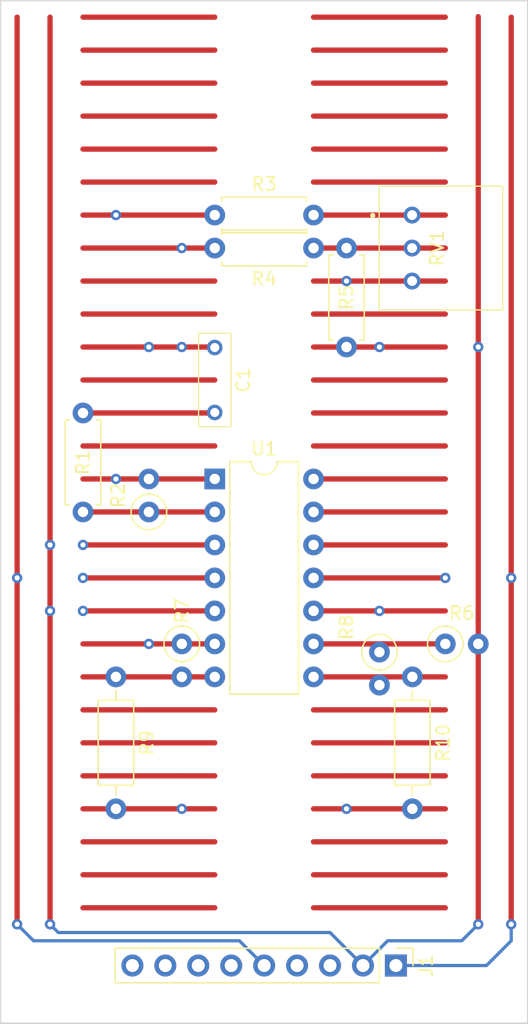
<source format=kicad_pcb>
(kicad_pcb (version 20211014) (generator pcbnew)
  (title_block (title "Audiout Prototype") (date "2022-03-12") (rev "1.0") (company "Len Popp") (comment 1 "Copyright © 2022 Len Popp CC BY") (comment 2 "Layout design for my custom Eurorack breadboard prototyping module") (comment 3 "Prototype of audio output module"))
  (layers (0 "F.Cu" signal) (1 "In1.Cu" jumper "Wire1.Cu") (2 "In2.Cu" jumper "Wire2.Cu") (3 "In3.Cu" jumper "Wire3.Cu") (4 "In4.Cu" jumper "Wire4.Cu") (31 "B.Cu" signal) (34 "B.Paste" user) (35 "F.Paste" user) (36 "B.SilkS" user "B.Silkscreen") (37 "F.SilkS" user "F.Silkscreen") (38 "B.Mask" user) (39 "F.Mask" user) (44 "Edge.Cuts" user))
  (net 0 "")
  (net 1 "+12V")
  (net 2 "GND")
  (net 3 "-12V")
  (net 4 "+5V")
  (net 5 "BUS-GATE")
  (net 6 "BUS-CV")
  (net 8 "IN-OUT-1")
  (net 9 "IN-OUT-2")
  (net 10 "Net-(C1-Pad2)")
  (net 11 "Net-(R1-Pad2)")
  (net 12 "Net-(R2-Pad2)")
  (net 13 "Net-(R3-Pad2)")
  (net 14 "Net-(R4-Pad1)")
  (net 15 "Net-(R4-Pad2)")
  (net 16 "Net-(R5-Pad2)")
  (net 17 "Net-(R6-Pad1)")
  (net 18 "Net-(R7-Pad2)")
  (net 19 "Net-(R10-Pad1)")
  (net 20 "OUT-PLUS")
  (net 21 "OUT-MINUS")
  (net 22 "unconnected-(U1-Pad12)")
  (net 23 "unconnected-(U1-Pad13)")
  (net 24 "unconnected-(U1-Pad14)")
  (footprint "Connector_PinHeader_2.54mm:PinHeader_1x09_P2.54mm_Vertical" (layer "F.Cu") (at 113.03 98.425 -90)
    (fp_text reference "J1" (at 0 -2.33 90) (layer "F.SilkS"))
    (fp_text value "Conn_01x09")
    (fp_line (start -1.33 21.65) (end 1.33 21.65) (layer "F.SilkS") (width 0.12))
    (fp_line (start -1.33 1.27) (end -1.33 21.65) (layer "F.SilkS") (width 0.12))
    (fp_line (start 1.33 1.27) (end 1.33 21.65) (layer "F.SilkS") (width 0.12))
    (fp_line (start -1.33 -1.33) (end 0 -1.33) (layer "F.SilkS") (width 0.12))
    (fp_line (start -1.33 1.27) (end 1.33 1.27) (layer "F.SilkS") (width 0.12))
    (fp_line (start -1.33 0) (end -1.33 -1.33) (layer "F.SilkS") (width 0.12))
    (pad "1" thru_hole rect locked (at 0 0 270) (size 1.7 1.7) (drill 1) (layers *.Cu *.Mask) (net 3 "-12V"))
    (pad "2" thru_hole oval locked (at 0 2.54 270) (size 1.7 1.7) (drill 1) (layers *.Cu *.Mask) (net 2 "GND"))
    (pad "3" thru_hole oval locked (at 0 5.08 270) (size 1.7 1.7) (drill 1) (layers *.Cu *.Mask) (net 9 "IN-OUT-2"))
    (pad "4" thru_hole oval locked (at 0 7.62 270) (size 1.7 1.7) (drill 1) (layers *.Cu *.Mask) (net 8 "IN-OUT-1"))
    (pad "5" thru_hole oval locked (at 0 10.16 270) (size 1.7 1.7) (drill 1) (layers *.Cu *.Mask) (net 1 "+12V"))
    (pad "6" thru_hole oval locked (at 0 12.7 270) (size 1.7 1.7) (drill 1) (layers *.Cu *.Mask))
    (pad "7" thru_hole oval locked (at 0 15.24 270) (size 1.7 1.7) (drill 1) (layers *.Cu *.Mask) (net 4 "+5V"))
    (pad "8" thru_hole oval locked (at 0 17.78 270) (size 1.7 1.7) (drill 1) (layers *.Cu *.Mask) (net 6 "BUS-CV"))
    (pad "9" thru_hole oval locked (at 0 20.32 270) (size 1.7 1.7) (drill 1) (layers *.Cu *.Mask) (net 5 "BUS-GATE"))
  )
  (footprint "Package_DIP:DIP-14_W7.62mm" (layer "F.Cu") (at 99.06 60.96)
    (fp_text reference "U1" (at 3.81 -2.33) (layer "F.SilkS"))
    (fp_text value "TL074")
    (fp_line (start 2.81 -1.33) (end 1.16 -1.33) (layer "F.SilkS") (width 0.12))
    (fp_line (start 1.16 -1.33) (end 1.16 16.57) (layer "F.SilkS") (width 0.12))
    (fp_line (start 6.46 -1.33) (end 4.81 -1.33) (layer "F.SilkS") (width 0.12))
    (fp_line (start 1.16 16.57) (end 6.46 16.57) (layer "F.SilkS") (width 0.12))
    (fp_line (start 6.46 16.57) (end 6.46 -1.33) (layer "F.SilkS") (width 0.12))
    (fp_arc (start 4.81 -1.33) (mid 3.81 -0.33) (end 2.81 -1.33) (layer "F.SilkS") (width 0.12))
    (pad "1" thru_hole rect (at 0 0) (size 1.6 1.6) (drill 0.8) (layers *.Cu *.Mask) (net 12 "Net-(R2-Pad2)"))
    (pad "2" thru_hole oval (at 0 2.54) (size 1.6 1.6) (drill 0.8) (layers *.Cu *.Mask) (net 11 "Net-(R1-Pad2)"))
    (pad "3" thru_hole oval (at 0 5.08) (size 1.6 1.6) (drill 0.8) (layers *.Cu *.Mask) (net 2 "GND"))
    (pad "4" thru_hole oval (at 0 7.62) (size 1.6 1.6) (drill 0.8) (layers *.Cu *.Mask) (net 1 "+12V"))
    (pad "5" thru_hole oval (at 0 10.16) (size 1.6 1.6) (drill 0.8) (layers *.Cu *.Mask) (net 2 "GND"))
    (pad "6" thru_hole oval (at 0 12.7) (size 1.6 1.6) (drill 0.8) (layers *.Cu *.Mask) (net 15 "Net-(R4-Pad2)"))
    (pad "7" thru_hole oval (at 0 15.24) (size 1.6 1.6) (drill 0.8) (layers *.Cu *.Mask) (net 18 "Net-(R7-Pad2)"))
    (pad "8" thru_hole oval (at 7.62 15.24) (size 1.6 1.6) (drill 0.8) (layers *.Cu *.Mask) (net 19 "Net-(R10-Pad1)"))
    (pad "9" thru_hole oval (at 7.62 12.7) (size 1.6 1.6) (drill 0.8) (layers *.Cu *.Mask) (net 17 "Net-(R6-Pad1)"))
    (pad "10" thru_hole oval (at 7.62 10.16) (size 1.6 1.6) (drill 0.8) (layers *.Cu *.Mask) (net 16 "Net-(R5-Pad2)"))
    (pad "11" thru_hole oval (at 7.62 7.62) (size 1.6 1.6) (drill 0.8) (layers *.Cu *.Mask) (net 3 "-12V"))
    (pad "12" thru_hole oval (at 7.62 5.08) (size 1.6 1.6) (drill 0.8) (layers *.Cu *.Mask) (net 22 "unconnected-(U1-Pad12)"))
    (pad "13" thru_hole oval (at 7.62 2.54) (size 1.6 1.6) (drill 0.8) (layers *.Cu *.Mask) (net 23 "unconnected-(U1-Pad13)"))
    (pad "14" thru_hole oval (at 7.62 0) (size 1.6 1.6) (drill 0.8) (layers *.Cu *.Mask) (net 24 "unconnected-(U1-Pad14)"))
  )
  (footprint "-lmp-stripboard:SB_Gen_1" (layer "F.Cu") (at 93.98 63.5 90)
    (fp_text reference "R2" (at 1.27 -2.37 90) (layer "F.SilkS"))
    (fp_text value "100K")
    (fp_line (start 1.37 0) (end 1.44 0) (layer "F.SilkS") (width 0.12))
    (fp_circle (center 0 0) (end 1.37 0) (layer "F.SilkS") (width 0.12) (fill none))
    (pad "1" thru_hole circle locked (at 0 0 90) (size 1.6 1.6) (drill 0.8) (layers *.Cu *.Mask) (net 11 "Net-(R1-Pad2)"))
    (pad "2" thru_hole oval locked (at 2.54 0 90) (size 1.6 1.6) (drill 0.8) (layers *.Cu *.Mask) (net 12 "Net-(R2-Pad2)"))
  )
  (footprint "-lmp-stripboard:SB_Gen_1" (layer "F.Cu") (at 111.76 74.295 -90)
    (fp_text reference "R8" (at -1.905 2.54 90) (layer "F.SilkS"))
    (fp_text value "33K2")
    (fp_line (start 1.37 0) (end 1.44 0) (layer "F.SilkS") (width 0.12))
    (fp_circle (center 0 0) (end 1.37 0) (layer "F.SilkS") (width 0.12) (fill none))
    (pad "1" thru_hole circle locked (at 0 0 270) (size 1.6 1.6) (drill 0.8) (layers *.Cu *.Mask) (net 17 "Net-(R6-Pad1)"))
    (pad "2" thru_hole oval locked (at 2.54 0 270) (size 1.6 1.6) (drill 0.8) (layers *.Cu *.Mask) (net 19 "Net-(R10-Pad1)"))
  )
  (footprint "-lmp-misc:R_Axial_DIN0207_L6.3mm_D2.5mm_P7.62mm_Horizontal" (layer "F.Cu") (at 88.9 55.88 -90)
    (fp_text reference "R1" (at 3.81 0 90) (layer "F.SilkS"))
    (fp_text value "100K")
    (fp_line (start 0.54 -1.04) (end 0.54 -1.37) (layer "F.SilkS") (width 0.12))
    (fp_line (start 0.54 1.04) (end 0.54 1.37) (layer "F.SilkS") (width 0.12))
    (fp_line (start 7.08 -1.37) (end 7.08 -1.04) (layer "F.SilkS") (width 0.12))
    (fp_line (start 7.08 1.37) (end 7.08 1.04) (layer "F.SilkS") (width 0.12))
    (fp_line (start 0.54 1.37) (end 7.08 1.37) (layer "F.SilkS") (width 0.12))
    (fp_line (start 0.54 -1.37) (end 7.08 -1.37) (layer "F.SilkS") (width 0.12))
    (pad "1" thru_hole circle locked (at 0 0 270) (size 1.6 1.6) (drill 0.8) (layers *.Cu *.Mask) (net 10 "Net-(C1-Pad2)"))
    (pad "2" thru_hole oval locked (at 7.62 0 270) (size 1.6 1.6) (drill 0.8) (layers *.Cu *.Mask) (net 11 "Net-(R1-Pad2)"))
  )
  (footprint "-lmp-misc:R_Axial_DIN0207_L6.3mm_D2.5mm_P10.16mm_Horizontal" (layer "F.Cu") (at 91.44 76.2 -90)
    (fp_text reference "R9" (at 5.08 -2.37 -90) (layer "F.SilkS"))
    (fp_text value "100R")
    (fp_line (start 1.81 1.37) (end 8.35 1.37) (layer "F.SilkS") (width 0.12))
    (fp_line (start 9.12 0) (end 8.35 0) (layer "F.SilkS") (width 0.12))
    (fp_line (start 8.35 -1.37) (end 1.81 -1.37) (layer "F.SilkS") (width 0.12))
    (fp_line (start 1.81 -1.37) (end 1.81 1.37) (layer "F.SilkS") (width 0.12))
    (fp_line (start 8.35 1.37) (end 8.35 -1.37) (layer "F.SilkS") (width 0.12))
    (fp_line (start 1.04 0) (end 1.81 0) (layer "F.SilkS") (width 0.12))
    (pad "1" thru_hole circle locked (at 0 0 270) (size 1.6 1.6) (drill 0.8) (layers *.Cu *.Mask) (net 18 "Net-(R7-Pad2)"))
    (pad "2" thru_hole oval locked (at 10.16 0 270) (size 1.6 1.6) (drill 0.8) (layers *.Cu *.Mask) (net 20 "OUT-PLUS"))
  )
  (footprint "-lmp-stripboard:SB_Gen_1" (layer "F.Cu") (at 96.52 73.66 -90)
    (fp_text reference "R7" (at -2.54 0 90) (layer "F.SilkS"))
    (fp_text value "43K2")
    (fp_line (start 1.37 0) (end 1.44 0) (layer "F.SilkS") (width 0.12))
    (fp_circle (center 0 0) (end 1.37 0) (layer "F.SilkS") (width 0.12) (fill none))
    (pad "1" thru_hole circle locked (at 0 0 270) (size 1.6 1.6) (drill 0.8) (layers *.Cu *.Mask) (net 15 "Net-(R4-Pad2)"))
    (pad "2" thru_hole oval locked (at 2.54 0 270) (size 1.6 1.6) (drill 0.8) (layers *.Cu *.Mask) (net 18 "Net-(R7-Pad2)"))
  )
  (footprint "-lmp-stripboard:SB_Gen_1" (layer "F.Cu") (at 116.84 73.66)
    (fp_text reference "R6" (at 1.27 -2.37) (layer "F.SilkS"))
    (fp_text value "10K")
    (fp_line (start 1.37 0) (end 1.44 0) (layer "F.SilkS") (width 0.12))
    (fp_circle (center 0 0) (end 1.37 0) (layer "F.SilkS") (width 0.12) (fill none))
    (pad "1" thru_hole circle locked (at 0 0) (size 1.6 1.6) (drill 0.8) (layers *.Cu *.Mask) (net 17 "Net-(R6-Pad1)"))
    (pad "2" thru_hole oval locked (at 2.54 0) (size 1.6 1.6) (drill 0.8) (layers *.Cu *.Mask) (net 2 "GND"))
  )
  (footprint "-lmp-misc:R_Axial_DIN0207_L6.3mm_D2.5mm_P10.16mm_Horizontal" (layer "F.Cu") (at 114.3 76.2 -90)
    (fp_text reference "R10" (at 5.08 -2.37 -90) (layer "F.SilkS"))
    (fp_text value "100R")
    (fp_line (start 1.04 0) (end 1.81 0) (layer "F.SilkS") (width 0.12))
    (fp_line (start 8.35 1.37) (end 8.35 -1.37) (layer "F.SilkS") (width 0.12))
    (fp_line (start 8.35 -1.37) (end 1.81 -1.37) (layer "F.SilkS") (width 0.12))
    (fp_line (start 1.81 1.37) (end 8.35 1.37) (layer "F.SilkS") (width 0.12))
    (fp_line (start 9.12 0) (end 8.35 0) (layer "F.SilkS") (width 0.12))
    (fp_line (start 1.81 -1.37) (end 1.81 1.37) (layer "F.SilkS") (width 0.12))
    (pad "1" thru_hole circle locked (at 0 0 270) (size 1.6 1.6) (drill 0.8) (layers *.Cu *.Mask) (net 19 "Net-(R10-Pad1)"))
    (pad "2" thru_hole oval locked (at 10.16 0 270) (size 1.6 1.6) (drill 0.8) (layers *.Cu *.Mask) (net 21 "OUT-MINUS"))
  )
  (footprint "-lmp-misc:R_Axial_DIN0207_L6.3mm_D2.5mm_P7.62mm_Horizontal" (layer "F.Cu") (at 99.06 40.64)
    (fp_text reference "R3" (at 3.81 -2.37) (layer "F.SilkS"))
    (fp_text value "10K")
    (fp_line (start 0.54 -1.04) (end 0.54 -1.37) (layer "F.SilkS") (width 0.12))
    (fp_line (start 7.08 -1.37) (end 7.08 -1.04) (layer "F.SilkS") (width 0.12))
    (fp_line (start 0.54 1.04) (end 0.54 1.37) (layer "F.SilkS") (width 0.12))
    (fp_line (start 0.54 1.37) (end 7.08 1.37) (layer "F.SilkS") (width 0.12))
    (fp_line (start 7.08 1.37) (end 7.08 1.04) (layer "F.SilkS") (width 0.12))
    (fp_line (start 0.54 -1.37) (end 7.08 -1.37) (layer "F.SilkS") (width 0.12))
    (pad "1" thru_hole circle locked (at 0 0) (size 1.6 1.6) (drill 0.8) (layers *.Cu *.Mask) (net 12 "Net-(R2-Pad2)"))
    (pad "2" thru_hole oval locked (at 7.62 0) (size 1.6 1.6) (drill 0.8) (layers *.Cu *.Mask) (net 13 "Net-(R3-Pad2)"))
  )
  (footprint "-lmp-misc:R_Axial_DIN0207_L6.3mm_D2.5mm_P7.62mm_Horizontal" (layer "F.Cu") (at 109.22 43.18 -90)
    (fp_text reference "R5" (at 3.81 0 90) (layer "F.SilkS"))
    (fp_text value "10K")
    (fp_line (start 0.54 1.04) (end 0.54 1.37) (layer "F.SilkS") (width 0.12))
    (fp_line (start 0.54 1.37) (end 7.08 1.37) (layer "F.SilkS") (width 0.12))
    (fp_line (start 7.08 1.37) (end 7.08 1.04) (layer "F.SilkS") (width 0.12))
    (fp_line (start 7.08 -1.37) (end 7.08 -1.04) (layer "F.SilkS") (width 0.12))
    (fp_line (start 0.54 -1.37) (end 7.08 -1.37) (layer "F.SilkS") (width 0.12))
    (fp_line (start 0.54 -1.04) (end 0.54 -1.37) (layer "F.SilkS") (width 0.12))
    (pad "1" thru_hole circle locked (at 0 0 270) (size 1.6 1.6) (drill 0.8) (layers *.Cu *.Mask) (net 14 "Net-(R4-Pad1)"))
    (pad "2" thru_hole oval locked (at 7.62 0 270) (size 1.6 1.6) (drill 0.8) (layers *.Cu *.Mask) (net 16 "Net-(R5-Pad2)"))
  )
  (footprint "-lmp-misc:Potentiometer_Bourns_3310R_Top" (layer "F.Cu") (at 116.205 43.18 90)
    (fp_text reference "RV1" (at 0 0 90) (layer "F.SilkS"))
    (fp_text value "100K" hide)
    (fp_line (start -4.765 -4.465) (end 4.765 -4.465) (layer "F.SilkS") (width 0.1))
    (fp_line (start 2.6 -4.965) (end 2.6 -4.965) (layer "F.SilkS") (width 0.2))
    (fp_line (start -4.765 5.065) (end -4.765 -4.465) (layer "F.SilkS") (width 0.1))
    (fp_line (start 4.765 5.065) (end -4.765 5.065) (layer "F.SilkS") (width 0.1))
    (fp_line (start 4.765 -4.465) (end 4.765 5.065) (layer "F.SilkS") (width 0.1))
    (fp_line (start 2.4 -4.965) (end 2.4 -4.965) (layer "F.SilkS") (width 0.2))
    (fp_arc (start 2.4 -4.965) (mid 2.5 -5.065) (end 2.6 -4.965) (layer "F.SilkS") (width 0.2))
    (fp_arc (start 2.6 -4.965) (mid 2.5 -4.865) (end 2.4 -4.965) (layer "F.SilkS") (width 0.2))
    (pad "1" thru_hole circle (at 2.54 -1.925 90) (size 1.302857 1.302857) (drill 0.76) (layers *.Cu *.Mask) (net 13 "Net-(R3-Pad2)"))
    (pad "2" thru_hole circle (at 0 -1.925 90) (size 1.302857 1.302857) (drill 0.76) (layers *.Cu *.Mask) (net 14 "Net-(R4-Pad1)"))
    (pad "3" thru_hole circle (at -2.54 -1.925 90) (size 1.302857 1.302857) (drill 0.76) (layers *.Cu *.Mask) (net 2 "GND"))
  )
  (footprint "-lmp-misc:R_Axial_DIN0207_L6.3mm_D2.5mm_P7.62mm_Horizontal" (layer "F.Cu") (at 106.68 43.18 180)
    (fp_text reference "R4" (at 3.81 -2.37) (layer "F.SilkS"))
    (fp_text value "10K")
    (fp_line (start 0.54 1.04) (end 0.54 1.37) (layer "F.SilkS") (width 0.12))
    (fp_line (start 0.54 -1.37) (end 7.08 -1.37) (layer "F.SilkS") (width 0.12))
    (fp_line (start 0.54 -1.04) (end 0.54 -1.37) (layer "F.SilkS") (width 0.12))
    (fp_line (start 7.08 -1.37) (end 7.08 -1.04) (layer "F.SilkS") (width 0.12))
    (fp_line (start 7.08 1.37) (end 7.08 1.04) (layer "F.SilkS") (width 0.12))
    (fp_line (start 0.54 1.37) (end 7.08 1.37) (layer "F.SilkS") (width 0.12))
    (pad "1" thru_hole circle locked (at 0 0 180) (size 1.6 1.6) (drill 0.8) (layers *.Cu *.Mask) (net 14 "Net-(R4-Pad1)"))
    (pad "2" thru_hole oval locked (at 7.62 0 180) (size 1.6 1.6) (drill 0.8) (layers *.Cu *.Mask) (net 15 "Net-(R4-Pad2)"))
  )
  (footprint "-lmp-misc:C_Rect_Kemet_L7.2mm_W2.5mm_P5mm" (layer "F.Cu") (at 99.06 50.84 -90)
    (fp_text reference "C1" (at 2.5 -2.2 90) (layer "F.SilkS"))
    (fp_text value "1U" hide)
    (fp_line (start 6.1 1.25) (end -1.1 1.25) (layer "F.SilkS") (width 0.1))
    (fp_line (start -1.1 1.25) (end -1.1 -1.25) (layer "F.SilkS") (width 0.1))
    (fp_line (start -1.1 -1.25) (end 6.1 -1.25) (layer "F.SilkS") (width 0.1))
    (fp_line (start 6.1 -1.25) (end 6.1 1.25) (layer "F.SilkS") (width 0.1))
    (pad "1" thru_hole circle locked (at 0 0 270) (size 1.2 1.2) (drill 0.7) (layers *.Cu *.Mask) (net 8 "IN-OUT-1"))
    (pad "2" thru_hole circle locked (at 5 0 270) (size 1.2 1.2) (drill 0.7) (layers *.Cu *.Mask) (net 10 "Net-(C1-Pad2)"))
  )
  (gr_line (start 123.19 102.87) (end 82.55 102.87) (layer "Edge.Cuts") (width 0.1))
  (gr_line (start 123.19 24.13) (end 123.19 102.87) (layer "Edge.Cuts") (width 0.1))
  (gr_line (start 82.55 102.87) (end 82.55 24.13) (layer "Edge.Cuts") (width 0.1))
  (gr_line (start 82.55 24.13) (end 123.19 24.13) (layer "Edge.Cuts") (width 0.1))
  (segment (start 99.06 27.94) (end 88.9 27.94) (width 0.4064) (layer "F.Cu") (net 0))
  (segment (start 99.06 48.26) (end 88.9 48.26) (width 0.4064) (layer "F.Cu") (net 0))
  (segment (start 99.06 38.1) (end 88.9 38.1) (width 0.4064) (layer "F.Cu") (net 0))
  (segment (start 99.06 30.48) (end 88.9 30.48) (width 0.4064) (layer "F.Cu") (net 0))
  (segment (start 99.06 45.72) (end 88.9 45.72) (width 0.4064) (layer "F.Cu") (net 0))
  (segment (start 99.06 33.02) (end 88.9 33.02) (width 0.4064) (layer "F.Cu") (net 0))
  (segment (start 99.06 88.9) (end 88.9 88.9) (width 0.4064) (layer "F.Cu") (net 0))
  (segment (start 99.06 58.42) (end 88.9 58.42) (width 0.4064) (layer "F.Cu") (net 0))
  (segment (start 99.06 93.98) (end 88.9 93.98) (width 0.4064) (layer "F.Cu") (net 0))
  (segment (start 99.06 78.74) (end 88.9 78.74) (width 0.4064) (layer "F.Cu") (net 0))
  (segment (start 99.06 35.56) (end 88.9 35.56) (width 0.4064) (layer "F.Cu") (net 0))
  (segment (start 99.06 53.34) (end 91.44 53.34) (width 0.4064) (layer "F.Cu") (net 0))
  (segment (start 99.06 81.28) (end 88.9 81.28) (width 0.4064) (layer "F.Cu") (net 0))
  (segment (start 116.84 55.88) (end 106.68 55.88) (width 0.4064) (layer "F.Cu") (net 0))
  (segment (start 99.06 83.82) (end 96.52 83.82) (width 0.4064) (layer "F.Cu") (net 0))
  (segment (start 116.84 30.48) (end 106.68 30.48) (width 0.4064) (layer "F.Cu") (net 0))
  (segment (start 99.06 91.44) (end 88.9 91.44) (width 0.4064) (layer "F.Cu") (net 0))
  (segment (start 99.06 25.4) (end 88.9 25.4) (width 0.4064) (layer "F.Cu") (net 0))
  (segment (start 116.84 38.1) (end 106.68 38.1) (width 0.4064) (layer "F.Cu") (net 0))
  (segment (start 116.84 78.74) (end 106.68 78.74) (width 0.4064) (layer "F.Cu") (net 0))
  (segment (start 116.84 83.82) (end 109.22 83.82) (width 0.4064) (layer "F.Cu") (net 0))
  (segment (start 116.84 33.02) (end 106.68 33.02) (width 0.4064) (layer "F.Cu") (net 0))
  (segment (start 116.84 88.9) (end 106.68 88.9) (width 0.4064) (layer "F.Cu") (net 0))
  (segment (start 116.84 25.4) (end 106.68 25.4) (width 0.4064) (layer "F.Cu") (net 0))
  (segment (start 116.84 27.94) (end 106.68 27.94) (width 0.4064) (layer "F.Cu") (net 0))
  (segment (start 116.84 58.42) (end 106.68 58.42) (width 0.4064) (layer "F.Cu") (net 0))
  (segment (start 116.84 91.44) (end 106.68 91.44) (width 0.4064) (layer "F.Cu") (net 0))
  (segment (start 116.84 93.98) (end 106.68 93.98) (width 0.4064) (layer "F.Cu") (net 0))
  (segment (start 116.84 48.26) (end 106.68 48.26) (width 0.4064) (layer "F.Cu") (net 0))
  (segment (start 116.84 81.28) (end 106.68 81.28) (width 0.4064) (layer "F.Cu") (net 0))
  (segment (start 116.84 35.56) (end 106.68 35.56) (width 0.4064) (layer "F.Cu") (net 0))
  (segment (start 116.84 53.34) (end 106.68 53.34) (width 0.4064) (layer "F.Cu") (net 0))
  (segment (start 96.52 83.82) (end 88.9 83.82) (width 0.4064) (layer "F.Cu") (net 0))
  (segment (start 91.44 53.34) (end 88.9 53.34) (width 0.4064) (layer "F.Cu") (net 0))
  (segment (start 109.22 83.82) (end 106.68 83.82) (width 0.4064) (layer "F.Cu") (net 0))
  (segment (start 99.06 68.58) (end 88.9 68.58) (width 0.4064) (layer "F.Cu") (net 1))
  (segment (start 83.82 25.4) (end 83.82 78.74) (width 0.4064) (layer "F.Cu") (net 1))
  (segment (start 83.82 95.25) (end 83.82 95.25) (width 0.4064) (layer "F.Cu") (net 1))
  (segment (start 83.82 78.74) (end 83.82 95.25) (width 0.4064) (layer "F.Cu") (net 1))
  (via (at 83.82 95.25) (size 0.8) (drill 0.4) (layers "F.Cu" "B.Cu") (net 1))
  (via (at 88.9 68.58) (size 0.8) (drill 0.4) (layers "F.Cu" "B.Cu") (net 1))
  (via (at 83.82 68.58) (size 0.8) (drill 0.4) (layers "F.Cu" "B.Cu") (net 1))
  (segment (start 102.87 98.425) (end 100.965 96.52) (width 0.25) (layer "B.Cu") (net 1))
  (segment (start 85.09 96.52) (end 84.219999 95.649999) (width 0.25) (layer "B.Cu") (net 1))
  (segment (start 100.965 96.52) (end 85.09 96.52) (width 0.25) (layer "B.Cu") (net 1))
  (segment (start 84.219999 95.649999) (end 83.82 95.25) (width 0.25) (layer "B.Cu") (net 1))
  (segment (start 99.06 66.04) (end 88.9 66.04) (width 0.4064) (layer "F.Cu") (net 2))
  (segment (start 99.06 71.12) (end 88.9 71.12) (width 0.4064) (layer "F.Cu") (net 2))
  (segment (start 116.84 45.72) (end 109.22 45.72) (width 0.4064) (layer "F.Cu") (net 2))
  (segment (start 119.38 95.25) (end 119.38 95.25) (width 0.4064) (layer "F.Cu") (net 2))
  (segment (start 86.36 95.25) (end 86.36 95.25) (width 0.4064) (layer "F.Cu") (net 2))
  (segment (start 86.36 76.2) (end 86.36 81.28) (width 0.4064) (layer "F.Cu") (net 2))
  (segment (start 119.38 25.36) (end 119.38 55.88) (width 0.4064) (layer "F.Cu") (net 2))
  (segment (start 119.38 60.96) (end 119.38 95.25) (width 0.4064) (layer "F.Cu") (net 2))
  (segment (start 86.36 81.28) (end 86.36 95.25) (width 0.4064) (layer "F.Cu") (net 2))
  (segment (start 119.38 55.88) (end 119.38 60.96) (width 0.4064) (layer "F.Cu") (net 2))
  (segment (start 86.36 25.4) (end 86.36 76.2) (width 0.4064) (layer "F.Cu") (net 2))
  (segment (start 109.22 45.72) (end 106.68 45.72) (width 0.4064) (layer "F.Cu") (net 2))
  (via (at 119.38 95.25) (size 0.8) (drill 0.4) (layers "F.Cu" "B.Cu") (net 2))
  (via (at 88.9 66.04) (size 0.8) (drill 0.4) (layers "F.Cu" "B.Cu") (net 2))
  (via (at 119.38 50.8) (size 0.8) (drill 0.4) (layers "F.Cu" "B.Cu") (net 2))
  (via (at 86.36 71.12) (size 0.8) (drill 0.4) (layers "F.Cu" "B.Cu") (net 2))
  (via (at 109.22 45.72) (size 0.8) (drill 0.4) (layers "F.Cu" "B.Cu") (net 2))
  (via (at 86.36 95.25) (size 0.8) (drill 0.4) (layers "F.Cu" "B.Cu") (net 2))
  (via (at 86.36 66.04) (size 0.8) (drill 0.4) (layers "F.Cu" "B.Cu") (net 2))
  (via (at 88.9 71.12) (size 0.8) (drill 0.4) (layers "F.Cu" "B.Cu") (net 2))
  (segment (start 86.36 95.25) (end 86.995 95.885) (width 0.25) (layer "B.Cu") (net 2))
  (segment (start 107.95 95.885) (end 110.49 98.425) (width 0.25) (layer "B.Cu") (net 2))
  (segment (start 112.395 96.52) (end 110.49 98.425) (width 0.25) (layer "B.Cu") (net 2))
  (segment (start 119.38 95.25) (end 118.11 96.52) (width 0.25) (layer "B.Cu") (net 2))
  (segment (start 118.11 96.52) (end 112.395 96.52) (width 0.25) (layer "B.Cu") (net 2))
  (segment (start 86.995 95.885) (end 107.95 95.885) (width 0.25) (layer "B.Cu") (net 2))
  (segment (start 121.92 25.4) (end 121.92 78.74) (width 0.4064) (layer "F.Cu") (net 3))
  (segment (start 116.84 68.58) (end 106.68 68.58) (width 0.4064) (layer "F.Cu") (net 3))
  (segment (start 121.92 95.25) (end 121.92 95.25) (width 0.4064) (layer "F.Cu") (net 3))
  (segment (start 121.92 78.74) (end 121.92 95.25) (width 0.4064) (layer "F.Cu") (net 3))
  (via (at 116.84 68.58) (size 0.8) (drill 0.4) (layers "F.Cu" "B.Cu") (net 3))
  (via (at 121.92 95.25) (size 0.8) (drill 0.4) (layers "F.Cu" "B.Cu") (net 3))
  (via (at 121.92 68.58) (size 0.8) (drill 0.4) (layers "F.Cu" "B.Cu") (net 3))
  (segment (start 121.92 95.25) (end 121.92 96.52) (width 0.25) (layer "B.Cu") (net 3))
  (segment (start 120.015 98.425) (end 113.03 98.425) (width 0.25) (layer "B.Cu") (net 3))
  (segment (start 121.92 96.52) (end 120.015 98.425) (width 0.25) (layer "B.Cu") (net 3))
  (segment (start 99.06 50.8) (end 93.98 50.8) (width 0.4064) (layer "F.Cu") (net 8))
  (segment (start 93.98 50.8) (end 88.9 50.8) (width 0.4064) (layer "F.Cu") (net 8))
  (via (at 93.98 50.8) (size 0.8) (drill 0.4) (layers "F.Cu" "B.Cu") (net 8))
  (via (at 96.52 50.8) (size 0.8) (drill 0.4) (layers "F.Cu" "B.Cu") (net 8))
  (segment (start 99.06 55.88) (end 88.9 55.88) (width 0.4064) (layer "F.Cu") (net 10))
  (segment (start 99.06 63.5) (end 88.9 63.5) (width 0.4064) (layer "F.Cu") (net 11))
  (segment (start 99.06 60.96) (end 91.44 60.96) (width 0.4064) (layer "F.Cu") (net 12))
  (segment (start 91.44 40.64) (end 88.9 40.64) (width 0.4064) (layer "F.Cu") (net 12))
  (segment (start 99.06 40.64) (end 91.44 40.64) (width 0.4064) (layer "F.Cu") (net 12))
  (segment (start 91.44 60.96) (end 88.9 60.96) (width 0.4064) (layer "F.Cu") (net 12))
  (via (at 91.44 40.64) (size 0.8) (drill 0.4) (layers "F.Cu" "B.Cu") (net 12))
  (via (at 91.44 60.96) (size 0.8) (drill 0.4) (layers "F.Cu" "B.Cu") (net 12))
  (segment (start 116.84 40.64) (end 106.68 40.64) (width 0.4064) (layer "F.Cu") (net 13))
  (segment (start 116.84 43.18) (end 106.68 43.18) (width 0.4064) (layer "F.Cu") (net 14))
  (segment (start 99.06 73.66) (end 93.98 73.66) (width 0.4064) (layer "F.Cu") (net 15))
  (segment (start 96.52 43.18) (end 88.9 43.18) (width 0.4064) (layer "F.Cu") (net 15))
  (segment (start 93.98 73.66) (end 88.9 73.66) (width 0.4064) (layer "F.Cu") (net 15))
  (segment (start 99.06 43.18) (end 96.52 43.18) (width 0.4064) (layer "F.Cu") (net 15))
  (via (at 96.52 43.18) (size 0.8) (drill 0.4) (layers "F.Cu" "B.Cu") (net 15))
  (via (at 93.98 73.66) (size 0.8) (drill 0.4) (layers "F.Cu" "B.Cu") (net 15))
  (segment (start 116.84 50.8) (end 111.76 50.8) (width 0.4064) (layer "F.Cu") (net 16))
  (segment (start 111.76 50.8) (end 106.68 50.8) (width 0.4064) (layer "F.Cu") (net 16))
  (segment (start 111.76 71.12) (end 106.68 71.12) (width 0.4064) (layer "F.Cu") (net 16))
  (segment (start 116.84 71.12) (end 111.76 71.12) (width 0.4064) (layer "F.Cu") (net 16))
  (via (at 111.76 50.8) (size 0.8) (drill 0.4) (layers "F.Cu" "B.Cu") (net 16))
  (via (at 111.76 71.12) (size 0.8) (drill 0.4) (layers "F.Cu" "B.Cu") (net 16))
  (segment (start 116.84 73.66) (end 106.68 73.66) (width 0.4064) (layer "F.Cu") (net 17))
  (segment (start 99.06 76.2) (end 88.9 76.2) (width 0.4064) (layer "F.Cu") (net 18))
  (segment (start 116.84 76.2) (end 106.68 76.2) (width 0.4064) (layer "F.Cu") (net 19))
  (segment (start 99.06 86.36) (end 88.9 86.36) (width 0.4064) (layer "F.Cu") (net 20))
  (via (at 96.52 86.36) (size 0.8) (drill 0.4) (layers "F.Cu" "B.Cu") (net 20))
  (segment (start 116.84 86.36) (end 106.68 86.36) (width 0.4064) (layer "F.Cu") (net 21))
  (via (at 109.22 86.36) (size 0.8) (drill 0.4) (layers "F.Cu" "B.Cu") (net 21))
  (segment (start 116.84 66.04) (end 106.68 66.04) (width 0.4064) (layer "F.Cu") (net 22))
  (segment (start 116.84 63.5) (end 106.68 63.5) (width 0.4064) (layer "F.Cu") (net 23))
  (segment (start 116.84 60.96) (end 106.68 60.96) (width 0.4064) (layer "F.Cu") (net 24))
)
</source>
